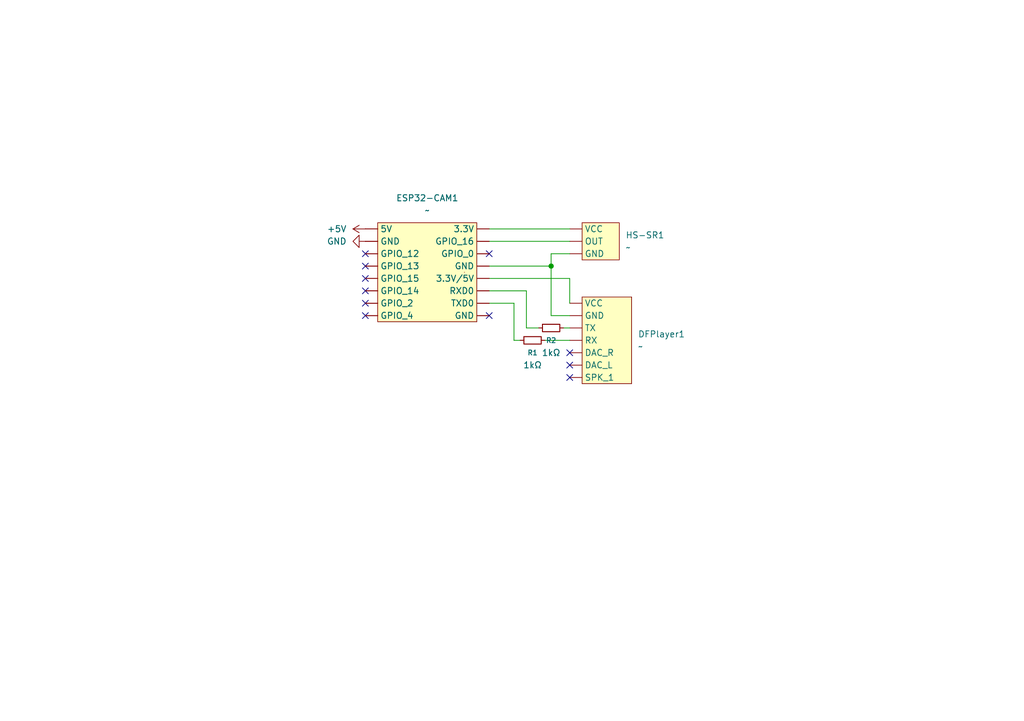
<source format=kicad_sch>
(kicad_sch (version 20250114) (generator "eeschema") (generator_version "9.0")
  (paper "A5")
  (title_block (title "HiSense Security System") (date "2025-10-19") (rev "1") (company "NA") (comment 1 "mobile camera monitoring system for personal item protection and surveillance"))
  (lib_symbols
    (symbol "Device:R_Small" (pin_numbers (hide yes)) (pin_names (offset 0.254) (hide yes))
      (property "Reference" "R" (at 0 0 90))
      (property "Value" "R_Small" (at 1.778 0 90))
      (symbol "R_Small_0_1"
        (rectangle (start -0.762 1.778) (end 0.762 -1.778) (stroke (width 0.2032)))
      )
      (symbol "R_Small_1_1"
        (pin passive line (at 0 2.54 270) (length 0.762) (name "~") (number "1"))
        (pin passive line (at 0 -2.54 90) (length 0.762) (name "~") (number "2"))
      )
    )
    (symbol "esp32_cam:DFPlayer"
      (property "Reference" "DFPlayer" (at 7.366 0 0))
      (symbol "DFPlayer_1_1"
        (rectangle (start 2.54 -2.54) (end 12.7 -20.32) (fill (type background)))
        (pin power_in line (at 0 -3.81 0) (length 2.54) (name "VCC") (number ""))
        (pin power_in line (at 0 -6.35 0) (length 2.54) (name "GND") (number ""))
        (pin output line (at 0 -8.89 0) (length 2.54) (name "TX") (number ""))
        (pin input line (at 0 -11.43 0) (length 2.54) (name "RX") (number ""))
        (pin output line (at 0 -13.97 0) (length 2.54) (name "DAC_R") (number ""))
        (pin output line (at 0 -16.51 0) (length 2.54) (name "DAC_L") (number ""))
        (pin output line (at 0 -19.05 0) (length 2.54) (name "SPK_1") (number ""))
      )
    )
    (symbol "esp32_cam:HC-SR501"
      (property "Reference" "HS-SR501" (at 6.35 -2.54 0))
      (symbol "HC-SR501_1_1"
        (rectangle (start 2.54 -5.08) (end 10.16 -12.7) (fill (type background)))
        (pin power_in line (at 0 -6.35 0) (length 2.54) (name "VCC") (number ""))
        (pin power_out line (at 0 -8.89 0) (length 2.54) (name "OUT") (number ""))
        (pin power_in line (at 0 -11.43 0) (length 2.54) (name "GND") (number ""))
      )
    )
    (symbol "esp32_cam:cam_module"
      (property "Reference" "ESP32-CAM" (at -9.398 -26.162 0))
      (symbol "cam_module_0_1"
        (rectangle (start -2.54 -12.7) (end -2.54 -12.7))
      )
      (symbol "cam_module_1_1"
        (rectangle (start -20.32 -2.54) (end 0 -22.86) (fill (type background)))
        (pin power_in line (at -22.86 -3.81 0) (length 2.54) (name "5V") (number ""))
        (pin power_out line (at -22.86 -6.35 0) (length 2.54) (name "GND") (number ""))
        (pin bidirectional line (at -22.86 -8.89 0) (length 2.54) (name "GPIO_12") (number ""))
        (pin bidirectional line (at -22.86 -11.43 0) (length 2.54) (name "GPIO_13") (number ""))
        (pin bidirectional line (at -22.86 -13.97 0) (length 2.54) (name "GPIO_15") (number ""))
        (pin bidirectional line (at -22.86 -16.51 0) (length 2.54) (name "GPIO_14") (number ""))
        (pin bidirectional line (at -22.86 -19.05 0) (length 2.54) (name "GPIO_2") (number ""))
        (pin bidirectional line (at -22.86 -21.59 0) (length 2.54) (name "GPIO_4") (number ""))
        (pin power_out line (at 2.54 -3.81 180) (length 2.54) (name "3.3V") (number ""))
        (pin bidirectional line (at 2.54 -6.35 180) (length 2.54) (name "GPIO_16") (number ""))
        (pin bidirectional line (at 2.54 -8.89 180) (length 2.54) (name "GPIO_0") (number ""))
        (pin power_out line (at 2.54 -11.43 180) (length 2.54) (name "GND") (number ""))
        (pin power_out line (at 2.54 -13.97 180) (length 2.54) (name "3.3V/5V") (number ""))
        (pin bidirectional line (at 2.54 -16.51 180) (length 2.54) (name "RXD0") (number ""))
        (pin bidirectional line (at 2.54 -19.05 180) (length 2.54) (name "TXD0") (number ""))
        (pin power_out line (at 2.54 -21.59 180) (length 2.54) (name "GND") (number ""))
      )
    )
    (symbol "power:+5V" (power) (pin_numbers (hide yes)) (pin_names (offset 0) (hide yes))
      (property "Value" "+5V" (at 0 3.556 0))
      (symbol "+5V_0_1"
        (polyline (pts (xy -0.762 1.27) (xy 0 2.54)))
        (polyline (pts (xy 0 2.54) (xy 0.762 1.27)))
        (polyline (pts (xy 0 0) (xy 0 2.54)))
      )
      (symbol "+5V_1_1"
        (pin power_in line (at 0 0 90) (length 0) (name "~") (number "1"))
      )
    )
    (symbol "power:GND" (power) (pin_numbers (hide yes)) (pin_names (offset 0) (hide yes))
      (property "Value" "GND" (at 0 -3.81 0))
      (symbol "GND_0_1"
        (polyline (pts (xy 0 0) (xy 0 -1.27) (xy 1.27 -1.27) (xy 0 -2.54) (xy -1.27 -1.27) (xy 0 -1.27)))
      )
      (symbol "GND_1_1"
        (pin power_in line (at 0 0 270) (length 0) (name "~") (number "1"))
      )
    )
  )
  (junction (at 113.03 54.61))
  (no_connect (at 116.84 72.39))
  (no_connect (at 116.84 74.93))
  (no_connect (at 74.93 54.61))
  (no_connect (at 74.93 52.07))
  (no_connect (at 74.93 62.23))
  (no_connect (at 100.33 64.77))
  (no_connect (at 74.93 59.69))
  (no_connect (at 100.33 52.07))
  (no_connect (at 74.93 57.15))
  (no_connect (at 74.93 64.77))
  (no_connect (at 116.84 77.47))
  (wire (pts (xy 116.84 57.15) (xy 116.84 62.23)))
  (wire (pts (xy 107.95 67.31) (xy 110.49 67.31)))
  (wire (pts (xy 100.33 62.23) (xy 105.41 62.23)))
  (wire (pts (xy 113.03 64.77) (xy 116.84 64.77)))
  (wire (pts (xy 100.33 54.61) (xy 113.03 54.61)))
  (wire (pts (xy 100.33 59.69) (xy 107.95 59.69)))
  (wire (pts (xy 113.03 54.61) (xy 113.03 64.77)))
  (wire (pts (xy 105.41 62.23) (xy 105.41 69.85)))
  (wire (pts (xy 116.84 52.07) (xy 113.03 52.07)))
  (wire (pts (xy 100.33 46.99) (xy 116.84 46.99)))
  (wire (pts (xy 105.41 69.85) (xy 106.68 69.85)))
  (wire (pts (xy 107.95 59.69) (xy 107.95 67.31)))
  (wire (pts (xy 115.57 67.31) (xy 116.84 67.31)))
  (wire (pts (xy 111.76 69.85) (xy 116.84 69.85)))
  (wire (pts (xy 100.33 49.53) (xy 116.84 49.53)))
  (wire (pts (xy 113.03 52.07) (xy 113.03 54.61)))
  (wire (pts (xy 100.33 57.15) (xy 116.84 57.15)))
  (symbol (lib_id "Device:R_Small") (at 109.22 69.85 90) (unit 1)
    (property "Reference" "R1" (at 109.22 72.39 90) (effects (font (size 1.016 1.016))))
    (property "Value" "1kΩ" (at 109.22 74.93 90))
    (property "Description" "Resistor, small symbol" (effects (hide yes)))
  )
  (symbol (lib_id "power:+5V") (at 74.93 46.99 90) (unit 1)
    (property "Reference" "#PWR01" (effects (hide yes)))
    (property "Value" "+5V" (at 71.12 46.9899 90) (effects (justify left)))
    (property "Description" "Power symbol creates a global label with name \"+5V\"" (effects (hide yes)))
  )
  (symbol (lib_id "esp32_cam:cam_module") (at 97.79 43.18 0) (unit 1)
    (property "Reference" "ESP32-CAM1" (at 87.63 40.64 0))
    (property "Value" "~" (at 87.63 43.18 0))
  )
  (symbol (lib_id "Device:R_Small") (at 113.03 67.31 90) (unit 1)
    (property "Reference" "R2" (at 113.03 69.85 90) (effects (font (size 1.016 1.016))))
    (property "Value" "1kΩ" (at 113.03 72.39 90))
    (property "Description" "Resistor, small symbol" (effects (hide yes)))
  )
  (symbol (lib_id "esp32_cam:DFPlayer") (at 116.84 58.42 0) (unit 1)
    (property "Reference" "DFPlayer1" (at 130.81 68.5799 0) (effects (justify left)))
    (property "Value" "~" (at 130.81 71.1199 0) (effects (justify left)))
  )
  (symbol (lib_id "power:GND") (at 74.93 49.53 270) (unit 1)
    (property "Reference" "#PWR02" (effects (hide yes)))
    (property "Value" "GND" (at 71.12 49.5299 90) (effects (justify right)))
    (property "Description" "Power symbol creates a global label with name \"GND\" , ground" (effects (hide yes)))
  )
  (symbol (lib_id "esp32_cam:HC-SR501") (at 116.84 40.64 0) (unit 1)
    (property "Reference" "HS-SR1" (at 128.27 48.2599 0) (effects (justify left)))
    (property "Value" "~" (at 128.27 50.7999 0) (effects (justify left)))
  )
)
</source>
